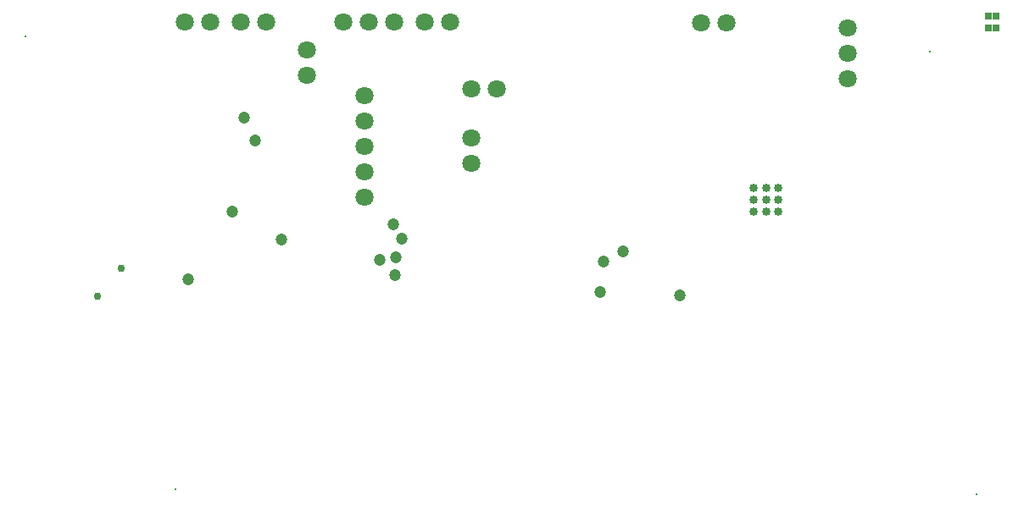
<source format=gbs>
G04 Layer_Color=16711935*
%FSLAX44Y44*%
%MOMM*%
G71*
G01*
G75*
G04:AMPARAMS|DCode=102|XSize=1.2032mm|YSize=1.2032mm|CornerRadius=0.6016mm|HoleSize=0mm|Usage=FLASHONLY|Rotation=90.000|XOffset=0mm|YOffset=0mm|HoleType=Round|Shape=RoundedRectangle|*
%AMROUNDEDRECTD102*
21,1,1.2032,0.0000,0,0,90.0*
21,1,0.0000,1.2032,0,0,90.0*
1,1,1.2032,0.0000,0.0000*
1,1,1.2032,0.0000,0.0000*
1,1,1.2032,0.0000,0.0000*
1,1,1.2032,0.0000,0.0000*
%
%ADD102ROUNDEDRECTD102*%
G04:AMPARAMS|DCode=103|XSize=1.2032mm|YSize=1.2032mm|CornerRadius=0.6016mm|HoleSize=0mm|Usage=FLASHONLY|Rotation=0.000|XOffset=0mm|YOffset=0mm|HoleType=Round|Shape=RoundedRectangle|*
%AMROUNDEDRECTD103*
21,1,1.2032,0.0000,0,0,0.0*
21,1,0.0000,1.2032,0,0,0.0*
1,1,1.2032,0.0000,0.0000*
1,1,1.2032,0.0000,0.0000*
1,1,1.2032,0.0000,0.0000*
1,1,1.2032,0.0000,0.0000*
%
%ADD103ROUNDEDRECTD103*%
%ADD137C,1.8032*%
%ADD138C,0.7531*%
%ADD139C,0.2032*%
%ADD140C,0.8532*%
%ADD141R,0.6532X0.8032*%
D102*
X2299716Y2207006D02*
D03*
X2159714Y2323610D02*
D03*
D103*
X2305812Y2225548D02*
D03*
X2299462Y2188972D02*
D03*
X2297430Y2240026D02*
D03*
X2583688Y2168652D02*
D03*
X2526919Y2212213D02*
D03*
X2507488Y2202688D02*
D03*
X2283968Y2204466D02*
D03*
X2092452Y2184654D02*
D03*
X2503932Y2171700D02*
D03*
X2136648Y2252218D02*
D03*
X2148284Y2346470D02*
D03*
X2185622Y2224804D02*
D03*
D137*
X2273300Y2441702D02*
D03*
X2298700D02*
D03*
X2247900D02*
D03*
X2375154Y2300986D02*
D03*
Y2326386D02*
D03*
X2400808Y2374900D02*
D03*
X2375408D02*
D03*
X2145106Y2441702D02*
D03*
X2170506D02*
D03*
X2211070Y2388870D02*
D03*
Y2414270D02*
D03*
X2328672Y2441702D02*
D03*
X2354072D02*
D03*
X2605024Y2441448D02*
D03*
X2630424D02*
D03*
X2751074Y2385568D02*
D03*
Y2436368D02*
D03*
Y2410968D02*
D03*
X2114372Y2441702D02*
D03*
X2088972D02*
D03*
X2268728Y2266696D02*
D03*
Y2292096D02*
D03*
Y2317496D02*
D03*
Y2368296D02*
D03*
Y2342896D02*
D03*
D138*
X2001959Y2167641D02*
D03*
X2025459Y2195639D02*
D03*
D139*
X2833000Y2412000D02*
D03*
X2880000Y1970000D02*
D03*
X1930000Y2427500D02*
D03*
X2080000Y1975000D02*
D03*
D140*
X2681701Y2276069D02*
D03*
Y2264070D02*
D03*
Y2252071D02*
D03*
X2669702Y2276069D02*
D03*
Y2264070D02*
D03*
Y2252071D02*
D03*
X2657704Y2276069D02*
D03*
Y2264070D02*
D03*
Y2252071D02*
D03*
D141*
X2892250Y2447956D02*
D03*
Y2435956D02*
D03*
X2899750Y2447956D02*
D03*
Y2435956D02*
D03*
M02*

</source>
